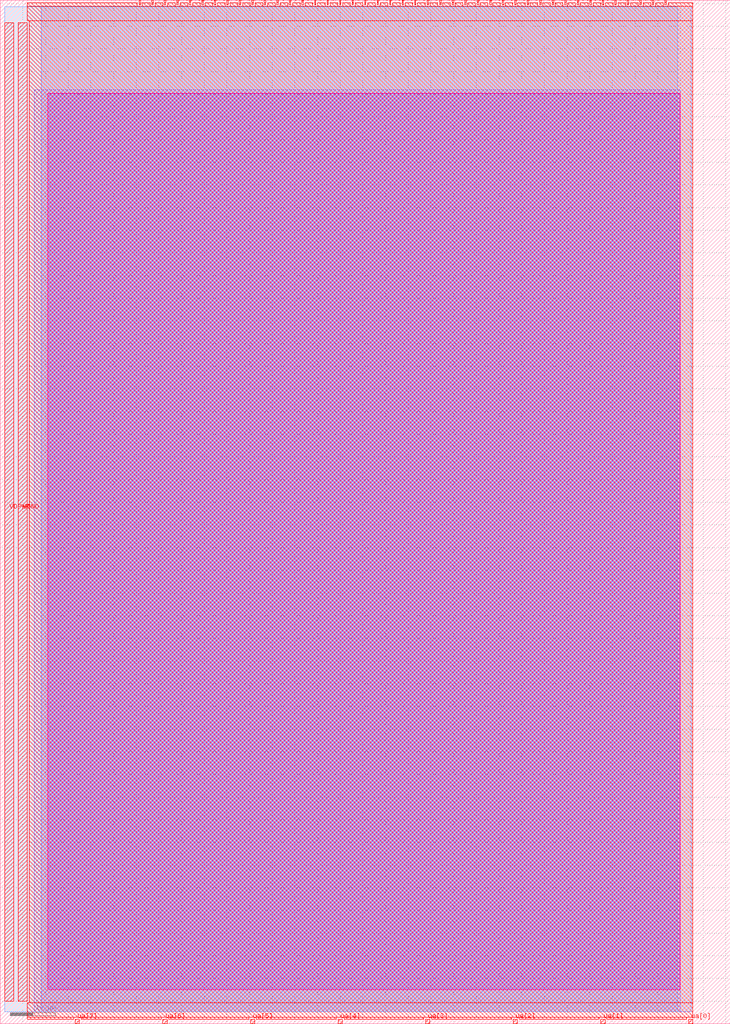
<source format=lef>
VERSION 5.7 ;
  NOWIREEXTENSIONATPIN ON ;
  DIVIDERCHAR "/" ;
  BUSBITCHARS "[]" ;
MACRO tt_um_mbikovitsky_audio_player
  CLASS BLOCK ;
  FOREIGN tt_um_mbikovitsky_audio_player ;
  ORIGIN 0.000 0.000 ;
  SIZE 161.000 BY 225.760 ;
  PIN clk
    DIRECTION INPUT ;
    USE SIGNAL ;
    ANTENNAGATEAREA 0.852000 ;
    PORT
      LAYER met4 ;
        RECT 143.830 224.760 144.130 225.760 ;
    END
  END clk
  PIN ena
    DIRECTION INPUT ;
    USE SIGNAL ;
    PORT
      LAYER met4 ;
        RECT 146.590 224.760 146.890 225.760 ;
    END
  END ena
  PIN rst_n
    DIRECTION INPUT ;
    USE SIGNAL ;
    ANTENNAGATEAREA 0.159000 ;
    PORT
      LAYER met4 ;
        RECT 141.070 224.760 141.370 225.760 ;
    END
  END rst_n
  PIN ua[0]
    DIRECTION INOUT ;
    USE SIGNAL ;
    ANTENNADIFFAREA 4.060000 ;
    PORT
      LAYER met4 ;
        RECT 151.810 0.000 152.710 1.000 ;
    END
  END ua[0]
  PIN ua[1]
    DIRECTION INOUT ;
    USE SIGNAL ;
    ANTENNADIFFAREA 4.060000 ;
    PORT
      LAYER met4 ;
        RECT 132.490 0.000 133.390 1.000 ;
    END
  END ua[1]
  PIN ua[2]
    DIRECTION INOUT ;
    USE SIGNAL ;
    PORT
      LAYER met4 ;
        RECT 113.170 0.000 114.070 1.000 ;
    END
  END ua[2]
  PIN ua[3]
    DIRECTION INOUT ;
    USE SIGNAL ;
    PORT
      LAYER met4 ;
        RECT 93.850 0.000 94.750 1.000 ;
    END
  END ua[3]
  PIN ua[4]
    DIRECTION INOUT ;
    USE SIGNAL ;
    PORT
      LAYER met4 ;
        RECT 74.530 0.000 75.430 1.000 ;
    END
  END ua[4]
  PIN ua[5]
    DIRECTION INOUT ;
    USE SIGNAL ;
    PORT
      LAYER met4 ;
        RECT 55.210 0.000 56.110 1.000 ;
    END
  END ua[5]
  PIN ua[6]
    DIRECTION INOUT ;
    USE SIGNAL ;
    PORT
      LAYER met4 ;
        RECT 35.890 0.000 36.790 1.000 ;
    END
  END ua[6]
  PIN ua[7]
    DIRECTION INOUT ;
    USE SIGNAL ;
    PORT
      LAYER met4 ;
        RECT 16.570 0.000 17.470 1.000 ;
    END
  END ua[7]
  PIN ui_in[0]
    DIRECTION INPUT ;
    USE SIGNAL ;
    ANTENNAGATEAREA 0.126000 ;
    PORT
      LAYER met4 ;
        RECT 138.310 224.760 138.610 225.760 ;
    END
  END ui_in[0]
  PIN ui_in[1]
    DIRECTION INPUT ;
    USE SIGNAL ;
    ANTENNAGATEAREA 0.196500 ;
    PORT
      LAYER met4 ;
        RECT 135.550 224.760 135.850 225.760 ;
    END
  END ui_in[1]
  PIN ui_in[2]
    DIRECTION INPUT ;
    USE SIGNAL ;
    ANTENNAGATEAREA 0.196500 ;
    PORT
      LAYER met4 ;
        RECT 132.790 224.760 133.090 225.760 ;
    END
  END ui_in[2]
  PIN ui_in[3]
    DIRECTION INPUT ;
    USE SIGNAL ;
    ANTENNAGATEAREA 0.196500 ;
    PORT
      LAYER met4 ;
        RECT 130.030 224.760 130.330 225.760 ;
    END
  END ui_in[3]
  PIN ui_in[4]
    DIRECTION INPUT ;
    USE SIGNAL ;
    ANTENNAGATEAREA 0.196500 ;
    PORT
      LAYER met4 ;
        RECT 127.270 224.760 127.570 225.760 ;
    END
  END ui_in[4]
  PIN ui_in[5]
    DIRECTION INPUT ;
    USE SIGNAL ;
    ANTENNAGATEAREA 0.196500 ;
    PORT
      LAYER met4 ;
        RECT 124.510 224.760 124.810 225.760 ;
    END
  END ui_in[5]
  PIN ui_in[6]
    DIRECTION INPUT ;
    USE SIGNAL ;
    ANTENNAGATEAREA 0.196500 ;
    PORT
      LAYER met4 ;
        RECT 121.750 224.760 122.050 225.760 ;
    END
  END ui_in[6]
  PIN ui_in[7]
    DIRECTION INPUT ;
    USE SIGNAL ;
    ANTENNAGATEAREA 0.196500 ;
    PORT
      LAYER met4 ;
        RECT 118.990 224.760 119.290 225.760 ;
    END
  END ui_in[7]
  PIN uio_in[0]
    DIRECTION INPUT ;
    USE SIGNAL ;
    PORT
      LAYER met4 ;
        RECT 116.230 224.760 116.530 225.760 ;
    END
  END uio_in[0]
  PIN uio_in[1]
    DIRECTION INPUT ;
    USE SIGNAL ;
    PORT
      LAYER met4 ;
        RECT 113.470 224.760 113.770 225.760 ;
    END
  END uio_in[1]
  PIN uio_in[2]
    DIRECTION INPUT ;
    USE SIGNAL ;
    ANTENNAGATEAREA 0.196500 ;
    PORT
      LAYER met4 ;
        RECT 110.710 224.760 111.010 225.760 ;
    END
  END uio_in[2]
  PIN uio_in[3]
    DIRECTION INPUT ;
    USE SIGNAL ;
    PORT
      LAYER met4 ;
        RECT 107.950 224.760 108.250 225.760 ;
    END
  END uio_in[3]
  PIN uio_in[4]
    DIRECTION INPUT ;
    USE SIGNAL ;
    PORT
      LAYER met4 ;
        RECT 105.190 224.760 105.490 225.760 ;
    END
  END uio_in[4]
  PIN uio_in[5]
    DIRECTION INPUT ;
    USE SIGNAL ;
    ANTENNAGATEAREA 0.196500 ;
    PORT
      LAYER met4 ;
        RECT 102.430 224.760 102.730 225.760 ;
    END
  END uio_in[5]
  PIN uio_in[6]
    DIRECTION INPUT ;
    USE SIGNAL ;
    ANTENNAGATEAREA 0.159000 ;
    PORT
      LAYER met4 ;
        RECT 99.670 224.760 99.970 225.760 ;
    END
  END uio_in[6]
  PIN uio_in[7]
    DIRECTION INPUT ;
    USE SIGNAL ;
    ANTENNAGATEAREA 0.196500 ;
    PORT
      LAYER met4 ;
        RECT 96.910 224.760 97.210 225.760 ;
    END
  END uio_in[7]
  PIN uio_oe[0]
    DIRECTION OUTPUT ;
    USE SIGNAL ;
    PORT
      LAYER met4 ;
        RECT 49.990 224.760 50.290 225.760 ;
    END
  END uio_oe[0]
  PIN uio_oe[1]
    DIRECTION OUTPUT ;
    USE SIGNAL ;
    PORT
      LAYER met4 ;
        RECT 47.230 224.760 47.530 225.760 ;
    END
  END uio_oe[1]
  PIN uio_oe[2]
    DIRECTION OUTPUT ;
    USE SIGNAL ;
    PORT
      LAYER met4 ;
        RECT 44.470 224.760 44.770 225.760 ;
    END
  END uio_oe[2]
  PIN uio_oe[3]
    DIRECTION OUTPUT ;
    USE SIGNAL ;
    PORT
      LAYER met4 ;
        RECT 41.710 224.760 42.010 225.760 ;
    END
  END uio_oe[3]
  PIN uio_oe[4]
    DIRECTION OUTPUT ;
    USE SIGNAL ;
    PORT
      LAYER met4 ;
        RECT 38.950 224.760 39.250 225.760 ;
    END
  END uio_oe[4]
  PIN uio_oe[5]
    DIRECTION OUTPUT ;
    USE SIGNAL ;
    ANTENNAGATEAREA 3.376500 ;
    ANTENNADIFFAREA 1.336500 ;
    PORT
      LAYER met4 ;
        RECT 36.190 224.760 36.490 225.760 ;
    END
  END uio_oe[5]
  PIN uio_oe[6]
    DIRECTION OUTPUT ;
    USE SIGNAL ;
    PORT
      LAYER met4 ;
        RECT 33.430 224.760 33.730 225.760 ;
    END
  END uio_oe[6]
  PIN uio_oe[7]
    DIRECTION OUTPUT ;
    USE SIGNAL ;
    PORT
      LAYER met4 ;
        RECT 30.670 224.760 30.970 225.760 ;
    END
  END uio_oe[7]
  PIN uio_out[0]
    DIRECTION OUTPUT ;
    USE SIGNAL ;
    ANTENNADIFFAREA 0.445500 ;
    PORT
      LAYER met4 ;
        RECT 72.070 224.760 72.370 225.760 ;
    END
  END uio_out[0]
  PIN uio_out[1]
    DIRECTION OUTPUT ;
    USE SIGNAL ;
    ANTENNADIFFAREA 0.445500 ;
    PORT
      LAYER met4 ;
        RECT 69.310 224.760 69.610 225.760 ;
    END
  END uio_out[1]
  PIN uio_out[2]
    DIRECTION OUTPUT ;
    USE SIGNAL ;
    PORT
      LAYER met4 ;
        RECT 66.550 224.760 66.850 225.760 ;
    END
  END uio_out[2]
  PIN uio_out[3]
    DIRECTION OUTPUT ;
    USE SIGNAL ;
    ANTENNADIFFAREA 0.445500 ;
    PORT
      LAYER met4 ;
        RECT 63.790 224.760 64.090 225.760 ;
    END
  END uio_out[3]
  PIN uio_out[4]
    DIRECTION OUTPUT ;
    USE SIGNAL ;
    ANTENNADIFFAREA 0.795200 ;
    PORT
      LAYER met4 ;
        RECT 61.030 224.760 61.330 225.760 ;
    END
  END uio_out[4]
  PIN uio_out[5]
    DIRECTION OUTPUT ;
    USE SIGNAL ;
    ANTENNADIFFAREA 0.445500 ;
    PORT
      LAYER met4 ;
        RECT 58.270 224.760 58.570 225.760 ;
    END
  END uio_out[5]
  PIN uio_out[6]
    DIRECTION OUTPUT ;
    USE SIGNAL ;
    PORT
      LAYER met4 ;
        RECT 55.510 224.760 55.810 225.760 ;
    END
  END uio_out[6]
  PIN uio_out[7]
    DIRECTION OUTPUT ;
    USE SIGNAL ;
    PORT
      LAYER met4 ;
        RECT 52.750 224.760 53.050 225.760 ;
    END
  END uio_out[7]
  PIN uo_out[0]
    DIRECTION OUTPUT ;
    USE SIGNAL ;
    ANTENNADIFFAREA 0.445500 ;
    PORT
      LAYER met4 ;
        RECT 94.150 224.760 94.450 225.760 ;
    END
  END uo_out[0]
  PIN uo_out[1]
    DIRECTION OUTPUT ;
    USE SIGNAL ;
    ANTENNADIFFAREA 0.445500 ;
    PORT
      LAYER met4 ;
        RECT 91.390 224.760 91.690 225.760 ;
    END
  END uo_out[1]
  PIN uo_out[2]
    DIRECTION OUTPUT ;
    USE SIGNAL ;
    ANTENNADIFFAREA 0.445500 ;
    PORT
      LAYER met4 ;
        RECT 88.630 224.760 88.930 225.760 ;
    END
  END uo_out[2]
  PIN uo_out[3]
    DIRECTION OUTPUT ;
    USE SIGNAL ;
    ANTENNADIFFAREA 0.445500 ;
    PORT
      LAYER met4 ;
        RECT 85.870 224.760 86.170 225.760 ;
    END
  END uo_out[3]
  PIN uo_out[4]
    DIRECTION OUTPUT ;
    USE SIGNAL ;
    ANTENNADIFFAREA 0.445500 ;
    PORT
      LAYER met4 ;
        RECT 83.110 224.760 83.410 225.760 ;
    END
  END uo_out[4]
  PIN uo_out[5]
    DIRECTION OUTPUT ;
    USE SIGNAL ;
    ANTENNADIFFAREA 0.445500 ;
    PORT
      LAYER met4 ;
        RECT 80.350 224.760 80.650 225.760 ;
    END
  END uo_out[5]
  PIN uo_out[6]
    DIRECTION OUTPUT ;
    USE SIGNAL ;
    ANTENNADIFFAREA 0.445500 ;
    PORT
      LAYER met4 ;
        RECT 77.590 224.760 77.890 225.760 ;
    END
  END uo_out[6]
  PIN uo_out[7]
    DIRECTION OUTPUT ;
    USE SIGNAL ;
    ANTENNADIFFAREA 0.445500 ;
    PORT
      LAYER met4 ;
        RECT 74.830 224.760 75.130 225.760 ;
    END
  END uo_out[7]
  PIN VDPWR
    DIRECTION INOUT ;
    USE POWER ;
    PORT
      LAYER met4 ;
        RECT 1.000 5.000 3.000 220.760 ;
    END
  END VDPWR
  PIN VGND
    DIRECTION INOUT ;
    USE GROUND ;
    PORT
      LAYER met4 ;
        RECT 4.000 5.000 6.000 220.760 ;
    END
  END VGND
  OBS
      LAYER nwell ;
        RECT 10.530 7.520 150.020 205.200 ;
      LAYER li1 ;
        RECT 10.710 7.700 149.840 205.095 ;
      LAYER met1 ;
        RECT 7.500 2.660 149.980 205.990 ;
      LAYER met2 ;
        RECT 9.090 2.690 152.350 224.355 ;
      LAYER met3 ;
        RECT 1.025 2.665 149.440 224.335 ;
      LAYER met4 ;
        RECT 6.000 224.360 30.270 225.210 ;
        RECT 31.370 224.360 33.030 225.210 ;
        RECT 34.130 224.360 35.790 225.210 ;
        RECT 36.890 224.360 38.550 225.210 ;
        RECT 39.650 224.360 41.310 225.210 ;
        RECT 42.410 224.360 44.070 225.210 ;
        RECT 45.170 224.360 46.830 225.210 ;
        RECT 47.930 224.360 49.590 225.210 ;
        RECT 50.690 224.360 52.350 225.210 ;
        RECT 53.450 224.360 55.110 225.210 ;
        RECT 56.210 224.360 57.870 225.210 ;
        RECT 58.970 224.360 60.630 225.210 ;
        RECT 61.730 224.360 63.390 225.210 ;
        RECT 64.490 224.360 66.150 225.210 ;
        RECT 67.250 224.360 68.910 225.210 ;
        RECT 70.010 224.360 71.670 225.210 ;
        RECT 72.770 224.360 74.430 225.210 ;
        RECT 75.530 224.360 77.190 225.210 ;
        RECT 78.290 224.360 79.950 225.210 ;
        RECT 81.050 224.360 82.710 225.210 ;
        RECT 83.810 224.360 85.470 225.210 ;
        RECT 86.570 224.360 88.230 225.210 ;
        RECT 89.330 224.360 90.990 225.210 ;
        RECT 92.090 224.360 93.750 225.210 ;
        RECT 94.850 224.360 96.510 225.210 ;
        RECT 97.610 224.360 99.270 225.210 ;
        RECT 100.370 224.360 102.030 225.210 ;
        RECT 103.130 224.360 104.790 225.210 ;
        RECT 105.890 224.360 107.550 225.210 ;
        RECT 108.650 224.360 110.310 225.210 ;
        RECT 111.410 224.360 113.070 225.210 ;
        RECT 114.170 224.360 115.830 225.210 ;
        RECT 116.930 224.360 118.590 225.210 ;
        RECT 119.690 224.360 121.350 225.210 ;
        RECT 122.450 224.360 124.110 225.210 ;
        RECT 125.210 224.360 126.870 225.210 ;
        RECT 127.970 224.360 129.630 225.210 ;
        RECT 130.730 224.360 132.390 225.210 ;
        RECT 133.490 224.360 135.150 225.210 ;
        RECT 136.250 224.360 137.910 225.210 ;
        RECT 139.010 224.360 140.670 225.210 ;
        RECT 141.770 224.360 143.430 225.210 ;
        RECT 144.530 224.360 146.190 225.210 ;
        RECT 147.290 224.360 152.710 225.210 ;
        RECT 6.000 221.160 152.710 224.360 ;
        RECT 6.400 4.600 152.710 221.160 ;
        RECT 6.000 1.400 152.710 4.600 ;
        RECT 6.000 1.000 16.170 1.400 ;
        RECT 17.870 1.000 35.490 1.400 ;
        RECT 37.190 1.000 54.810 1.400 ;
        RECT 56.510 1.000 74.130 1.400 ;
        RECT 75.830 1.000 93.450 1.400 ;
        RECT 95.150 1.000 112.770 1.400 ;
        RECT 114.470 1.000 132.090 1.400 ;
        RECT 133.790 1.000 151.410 1.400 ;
  END
END tt_um_mbikovitsky_audio_player
END LIBRARY


</source>
